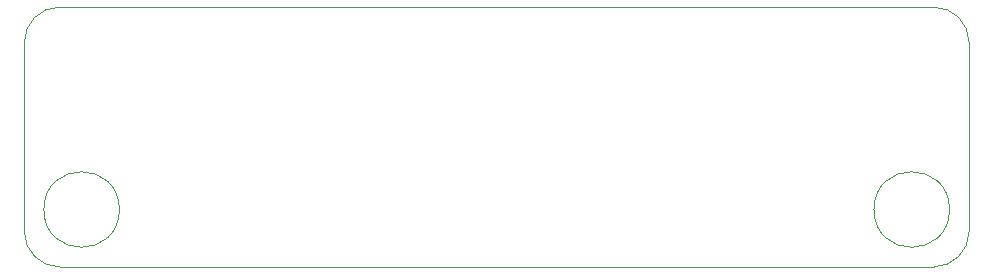
<source format=gbr>
From 86f385bffe9b7f2b2495b2b5ba51428151fbe825 Mon Sep 17 00:00:00 2001
From: Vishnu Easwaran E
Date: Fri, 15 May 2020 16:44:44 +0530
Subject: [vishnu] .gitignore files added. "imgaes" changed to "assets" and
 corresponding README corrections.

---
 heaterGerber/heater-Edge.Cuts.gbr | 48 ---------------------------------------
 1 file changed, 48 deletions(-)
 delete mode 100644 heaterGerber/heater-Edge.Cuts.gbr

(limited to 'heaterGerber/heater-Edge.Cuts.gbr')

diff --git a/heaterGerber/heater-Edge.Cuts.gbr b/heaterGerber/heater-Edge.Cuts.gbr
deleted file mode 100644
index 0d2c82d..0000000
--- a/heaterGerber/heater-Edge.Cuts.gbr
+++ /dev/null
@@ -1,48 +0,0 @@
-G04 #@! TF.GenerationSoftware,KiCad,Pcbnew,5.0.1*
-G04 #@! TF.CreationDate,2019-03-20T13:16:57+05:30*
-G04 #@! TF.ProjectId,heater,6865617465722E6B696361645F706362,rev?*
-G04 #@! TF.SameCoordinates,Original*
-G04 #@! TF.FileFunction,Profile,NP*
-%FSLAX46Y46*%
-G04 Gerber Fmt 4.6, Leading zero omitted, Abs format (unit mm)*
-G04 Created by KiCad (PCBNEW 5.0.1) date Wed 20 Mar 2019 01:16:57 PM IST*
-%MOMM*%
-%LPD*%
-G01*
-G04 APERTURE LIST*
-%ADD10C,0.100000*%
-G04 APERTURE END LIST*
-D10*
-X118257082Y-97942918D02*
-G75*
-G03X118257082Y-97942918I-3200000J0D01*
-G01*
-X190199999Y-83800000D02*
-X190199999Y-99800000D01*
-X187200000Y-80800001D02*
-G75*
-G02X190199999Y-83800000I0J-2999999D01*
-G01*
-X188542918Y-97942918D02*
-G75*
-G03X188542918Y-97942918I-3200000J0D01*
-G01*
-X190200001Y-99800001D02*
-G75*
-G02X187200000Y-102800000I-3000000J1D01*
-G01*
-X187200000Y-102800000D02*
-X113200000Y-102800000D01*
-X110200000Y-83800000D02*
-G75*
-G02X113200000Y-80800000I3000000J0D01*
-G01*
-X113200000Y-102800001D02*
-G75*
-G02X110199999Y-99800000I0J3000001D01*
-G01*
-X113200000Y-80800000D02*
-X187200000Y-80800001D01*
-X110199999Y-99800000D02*
-X110200000Y-83800001D01*
-M02*
-- 
cgit 


</source>
